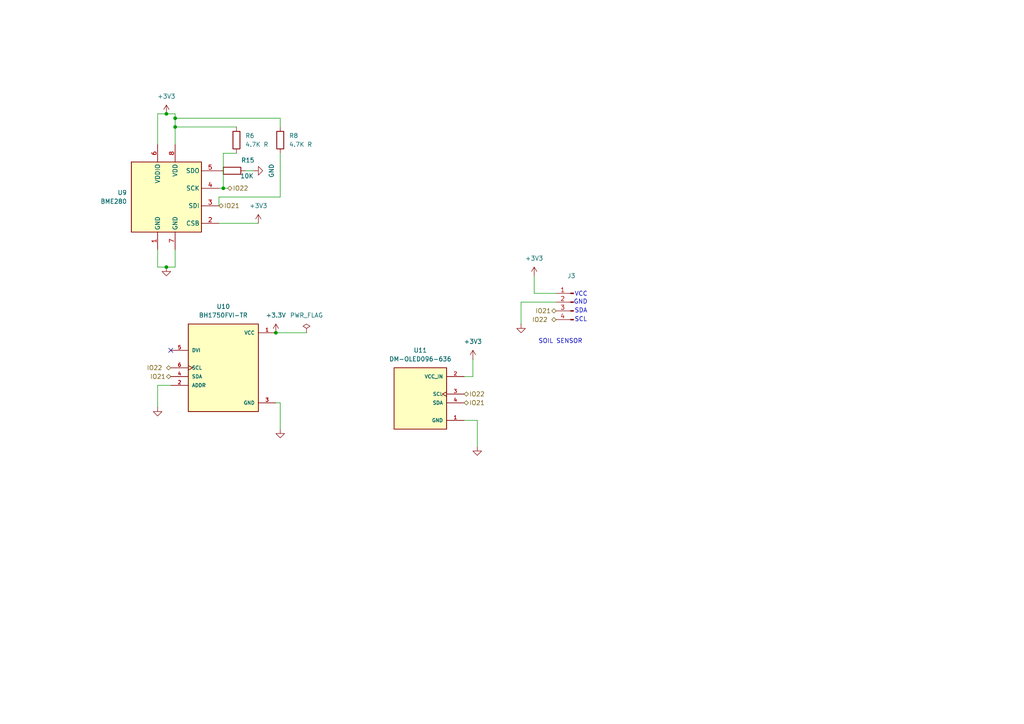
<source format=kicad_sch>
(kicad_sch
	(version 20231120)
	(generator "eeschema")
	(generator_version "8.0")
	(uuid "cbf3167d-2548-4ec2-b001-c3b610ab2aef")
	(paper "A4")
	(title_block
		(title "I2C sensor ")
		(date "2025-02-21")
		(rev "1")
		(company "NGA ")
		(comment 1 "ALLAN GACHERU")
	)
	(lib_symbols
		(symbol "BH1750FVI-TR:BH1750FVI-TR"
			(pin_names
				(offset 1.016)
			)
			(exclude_from_sim no)
			(in_bom yes)
			(on_board yes)
			(property "Reference" "U"
				(at -10.1737 13.462 0)
				(effects
					(font
						(size 1.27 1.27)
					)
					(justify left bottom)
				)
			)
			(property "Value" "BH1750FVI-TR"
				(at -9.922 -15.24 0)
				(effects
					(font
						(size 1.27 1.27)
					)
					(justify left bottom)
				)
			)
			(property "Footprint" "BH1750FVI-TR:XDCR_BH1750FVI-TR"
				(at 0 0 0)
				(effects
					(font
						(size 1.27 1.27)
					)
					(justify bottom)
					(hide yes)
				)
			)
			(property "Datasheet" ""
				(at 0 0 0)
				(effects
					(font
						(size 1.27 1.27)
					)
					(hide yes)
				)
			)
			(property "Description" ""
				(at 0 0 0)
				(effects
					(font
						(size 1.27 1.27)
					)
					(hide yes)
				)
			)
			(property "MF" "Rohm"
				(at 0 0 0)
				(effects
					(font
						(size 1.27 1.27)
					)
					(justify bottom)
					(hide yes)
				)
			)
			(property "MAXIMUM_PACKAGE_HEIGHT" "0.75mm"
				(at 0 0 0)
				(effects
					(font
						(size 1.27 1.27)
					)
					(justify bottom)
					(hide yes)
				)
			)
			(property "Package" "SMD-6 ROHM Semiconductor"
				(at 0 0 0)
				(effects
					(font
						(size 1.27 1.27)
					)
					(justify bottom)
					(hide yes)
				)
			)
			(property "Price" "None"
				(at 0 0 0)
				(effects
					(font
						(size 1.27 1.27)
					)
					(justify bottom)
					(hide yes)
				)
			)
			(property "Check_prices" "https://www.snapeda.com/parts/BH1750FVI-TR/Rohm/view-part/?ref=eda"
				(at 0 0 0)
				(effects
					(font
						(size 1.27 1.27)
					)
					(justify bottom)
					(hide yes)
				)
			)
			(property "STANDARD" "Manufacturer recommendations"
				(at 0 0 0)
				(effects
					(font
						(size 1.27 1.27)
					)
					(justify bottom)
					(hide yes)
				)
			)
			(property "PARTREV" "D"
				(at 0 0 0)
				(effects
					(font
						(size 1.27 1.27)
					)
					(justify bottom)
					(hide yes)
				)
			)
			(property "SnapEDA_Link" "https://www.snapeda.com/parts/BH1750FVI-TR/Rohm/view-part/?ref=snap"
				(at 0 0 0)
				(effects
					(font
						(size 1.27 1.27)
					)
					(justify bottom)
					(hide yes)
				)
			)
			(property "MP" "BH1750FVI-TR"
				(at 0 0 0)
				(effects
					(font
						(size 1.27 1.27)
					)
					(justify bottom)
					(hide yes)
				)
			)
			(property "Description_1" "\n                        \n                            Optical Sensor Ambient 560nm I2C 6-SMD, Flat Lead Exposed Pad\n                        \n"
				(at 0 0 0)
				(effects
					(font
						(size 1.27 1.27)
					)
					(justify bottom)
					(hide yes)
				)
			)
			(property "Availability" "In Stock"
				(at 0 0 0)
				(effects
					(font
						(size 1.27 1.27)
					)
					(justify bottom)
					(hide yes)
				)
			)
			(property "MANUFACTURER" "Rohm"
				(at 0 0 0)
				(effects
					(font
						(size 1.27 1.27)
					)
					(justify bottom)
					(hide yes)
				)
			)
			(symbol "BH1750FVI-TR_0_0"
				(rectangle
					(start -10.16 -12.7)
					(end 10.16 12.7)
					(stroke
						(width 0.254)
						(type default)
					)
					(fill
						(type background)
					)
				)
				(pin power_in line
					(at 15.24 10.16 180)
					(length 5.08)
					(name "VCC"
						(effects
							(font
								(size 1.016 1.016)
							)
						)
					)
					(number "1"
						(effects
							(font
								(size 1.016 1.016)
							)
						)
					)
				)
				(pin input line
					(at -15.24 -5.08 0)
					(length 5.08)
					(name "ADDR"
						(effects
							(font
								(size 1.016 1.016)
							)
						)
					)
					(number "2"
						(effects
							(font
								(size 1.016 1.016)
							)
						)
					)
				)
				(pin power_in line
					(at 15.24 -10.16 180)
					(length 5.08)
					(name "GND"
						(effects
							(font
								(size 1.016 1.016)
							)
						)
					)
					(number "3"
						(effects
							(font
								(size 1.016 1.016)
							)
						)
					)
				)
				(pin bidirectional line
					(at -15.24 -2.54 0)
					(length 5.08)
					(name "SDA"
						(effects
							(font
								(size 1.016 1.016)
							)
						)
					)
					(number "4"
						(effects
							(font
								(size 1.016 1.016)
							)
						)
					)
				)
				(pin input line
					(at -15.24 5.08 0)
					(length 5.08)
					(name "DVI"
						(effects
							(font
								(size 1.016 1.016)
							)
						)
					)
					(number "5"
						(effects
							(font
								(size 1.016 1.016)
							)
						)
					)
				)
				(pin input clock
					(at -15.24 0 0)
					(length 5.08)
					(name "SCL"
						(effects
							(font
								(size 1.016 1.016)
							)
						)
					)
					(number "6"
						(effects
							(font
								(size 1.016 1.016)
							)
						)
					)
				)
			)
		)
		(symbol "Connector:Conn_01x04_Pin"
			(pin_names
				(offset 1.016) hide)
			(exclude_from_sim no)
			(in_bom yes)
			(on_board yes)
			(property "Reference" "J"
				(at 0 5.08 0)
				(effects
					(font
						(size 1.27 1.27)
					)
				)
			)
			(property "Value" "Conn_01x04_Pin"
				(at 0 -7.62 0)
				(effects
					(font
						(size 1.27 1.27)
					)
				)
			)
			(property "Footprint" ""
				(at 0 0 0)
				(effects
					(font
						(size 1.27 1.27)
					)
					(hide yes)
				)
			)
			(property "Datasheet" "~"
				(at 0 0 0)
				(effects
					(font
						(size 1.27 1.27)
					)
					(hide yes)
				)
			)
			(property "Description" "Generic connector, single row, 01x04, script generated"
				(at 0 0 0)
				(effects
					(font
						(size 1.27 1.27)
					)
					(hide yes)
				)
			)
			(property "ki_locked" ""
				(at 0 0 0)
				(effects
					(font
						(size 1.27 1.27)
					)
				)
			)
			(property "ki_keywords" "connector"
				(at 0 0 0)
				(effects
					(font
						(size 1.27 1.27)
					)
					(hide yes)
				)
			)
			(property "ki_fp_filters" "Connector*:*_1x??_*"
				(at 0 0 0)
				(effects
					(font
						(size 1.27 1.27)
					)
					(hide yes)
				)
			)
			(symbol "Conn_01x04_Pin_1_1"
				(polyline
					(pts
						(xy 1.27 -5.08) (xy 0.8636 -5.08)
					)
					(stroke
						(width 0.1524)
						(type default)
					)
					(fill
						(type none)
					)
				)
				(polyline
					(pts
						(xy 1.27 -2.54) (xy 0.8636 -2.54)
					)
					(stroke
						(width 0.1524)
						(type default)
					)
					(fill
						(type none)
					)
				)
				(polyline
					(pts
						(xy 1.27 0) (xy 0.8636 0)
					)
					(stroke
						(width 0.1524)
						(type default)
					)
					(fill
						(type none)
					)
				)
				(polyline
					(pts
						(xy 1.27 2.54) (xy 0.8636 2.54)
					)
					(stroke
						(width 0.1524)
						(type default)
					)
					(fill
						(type none)
					)
				)
				(rectangle
					(start 0.8636 -4.953)
					(end 0 -5.207)
					(stroke
						(width 0.1524)
						(type default)
					)
					(fill
						(type outline)
					)
				)
				(rectangle
					(start 0.8636 -2.413)
					(end 0 -2.667)
					(stroke
						(width 0.1524)
						(type default)
					)
					(fill
						(type outline)
					)
				)
				(rectangle
					(start 0.8636 0.127)
					(end 0 -0.127)
					(stroke
						(width 0.1524)
						(type default)
					)
					(fill
						(type outline)
					)
				)
				(rectangle
					(start 0.8636 2.667)
					(end 0 2.413)
					(stroke
						(width 0.1524)
						(type default)
					)
					(fill
						(type outline)
					)
				)
				(pin passive line
					(at 5.08 2.54 180)
					(length 3.81)
					(name "Pin_1"
						(effects
							(font
								(size 1.27 1.27)
							)
						)
					)
					(number "1"
						(effects
							(font
								(size 1.27 1.27)
							)
						)
					)
				)
				(pin passive line
					(at 5.08 0 180)
					(length 3.81)
					(name "Pin_2"
						(effects
							(font
								(size 1.27 1.27)
							)
						)
					)
					(number "2"
						(effects
							(font
								(size 1.27 1.27)
							)
						)
					)
				)
				(pin passive line
					(at 5.08 -2.54 180)
					(length 3.81)
					(name "Pin_3"
						(effects
							(font
								(size 1.27 1.27)
							)
						)
					)
					(number "3"
						(effects
							(font
								(size 1.27 1.27)
							)
						)
					)
				)
				(pin passive line
					(at 5.08 -5.08 180)
					(length 3.81)
					(name "Pin_4"
						(effects
							(font
								(size 1.27 1.27)
							)
						)
					)
					(number "4"
						(effects
							(font
								(size 1.27 1.27)
							)
						)
					)
				)
			)
		)
		(symbol "DM-OLED096-636:DM-OLED096-636"
			(pin_names
				(offset 1.016)
			)
			(exclude_from_sim no)
			(in_bom yes)
			(on_board yes)
			(property "Reference" "U"
				(at -7.62 10.922 0)
				(effects
					(font
						(size 1.27 1.27)
					)
					(justify left bottom)
				)
			)
			(property "Value" "DM-OLED096-636"
				(at -7.62 -10.16 0)
				(effects
					(font
						(size 1.27 1.27)
					)
					(justify left bottom)
				)
			)
			(property "Footprint" "DM-OLED096-636:MODULE_DM-OLED096-636"
				(at 0 0 0)
				(effects
					(font
						(size 1.27 1.27)
					)
					(justify bottom)
					(hide yes)
				)
			)
			(property "Datasheet" ""
				(at 0 0 0)
				(effects
					(font
						(size 1.27 1.27)
					)
					(hide yes)
				)
			)
			(property "Description" ""
				(at 0 0 0)
				(effects
					(font
						(size 1.27 1.27)
					)
					(hide yes)
				)
			)
			(property "MF" "Display Module"
				(at 0 0 0)
				(effects
					(font
						(size 1.27 1.27)
					)
					(justify bottom)
					(hide yes)
				)
			)
			(property "MAXIMUM_PACKAGE_HEIGHT" "11.3 mm"
				(at 0 0 0)
				(effects
					(font
						(size 1.27 1.27)
					)
					(justify bottom)
					(hide yes)
				)
			)
			(property "Package" "Package"
				(at 0 0 0)
				(effects
					(font
						(size 1.27 1.27)
					)
					(justify bottom)
					(hide yes)
				)
			)
			(property "Price" "None"
				(at 0 0 0)
				(effects
					(font
						(size 1.27 1.27)
					)
					(justify bottom)
					(hide yes)
				)
			)
			(property "Check_prices" "https://www.snapeda.com/parts/DM-OLED096-636/Display+Module/view-part/?ref=eda"
				(at 0 0 0)
				(effects
					(font
						(size 1.27 1.27)
					)
					(justify bottom)
					(hide yes)
				)
			)
			(property "STANDARD" "Manufacturer Recommendations"
				(at 0 0 0)
				(effects
					(font
						(size 1.27 1.27)
					)
					(justify bottom)
					(hide yes)
				)
			)
			(property "PARTREV" "2018-09-10"
				(at 0 0 0)
				(effects
					(font
						(size 1.27 1.27)
					)
					(justify bottom)
					(hide yes)
				)
			)
			(property "SnapEDA_Link" "https://www.snapeda.com/parts/DM-OLED096-636/Display+Module/view-part/?ref=snap"
				(at 0 0 0)
				(effects
					(font
						(size 1.27 1.27)
					)
					(justify bottom)
					(hide yes)
				)
			)
			(property "MP" "DM-OLED096-636"
				(at 0 0 0)
				(effects
					(font
						(size 1.27 1.27)
					)
					(justify bottom)
					(hide yes)
				)
			)
			(property "Description_1" "\n                        \n                            0.96” 128 X 64 MONOCHROME GRAPHIC OLED DISPLAY MODULE - I2C\n                        \n"
				(at 0 0 0)
				(effects
					(font
						(size 1.27 1.27)
					)
					(justify bottom)
					(hide yes)
				)
			)
			(property "Availability" "Not in stock"
				(at 0 0 0)
				(effects
					(font
						(size 1.27 1.27)
					)
					(justify bottom)
					(hide yes)
				)
			)
			(property "MANUFACTURER" "Displaymodule"
				(at 0 0 0)
				(effects
					(font
						(size 1.27 1.27)
					)
					(justify bottom)
					(hide yes)
				)
			)
			(symbol "DM-OLED096-636_0_0"
				(rectangle
					(start -7.62 -7.62)
					(end 7.62 10.16)
					(stroke
						(width 0.254)
						(type default)
					)
					(fill
						(type background)
					)
				)
				(pin power_in line
					(at 12.7 -5.08 180)
					(length 5.08)
					(name "GND"
						(effects
							(font
								(size 1.016 1.016)
							)
						)
					)
					(number "1"
						(effects
							(font
								(size 1.016 1.016)
							)
						)
					)
				)
				(pin power_in line
					(at 12.7 7.62 180)
					(length 5.08)
					(name "VCC_IN"
						(effects
							(font
								(size 1.016 1.016)
							)
						)
					)
					(number "2"
						(effects
							(font
								(size 1.016 1.016)
							)
						)
					)
				)
				(pin input clock
					(at 12.7 2.54 180)
					(length 5.08)
					(name "SCL"
						(effects
							(font
								(size 1.016 1.016)
							)
						)
					)
					(number "3"
						(effects
							(font
								(size 1.016 1.016)
							)
						)
					)
				)
				(pin bidirectional line
					(at 12.7 0 180)
					(length 5.08)
					(name "SDA"
						(effects
							(font
								(size 1.016 1.016)
							)
						)
					)
					(number "4"
						(effects
							(font
								(size 1.016 1.016)
							)
						)
					)
				)
			)
		)
		(symbol "Device:R"
			(pin_numbers hide)
			(pin_names
				(offset 0)
			)
			(exclude_from_sim no)
			(in_bom yes)
			(on_board yes)
			(property "Reference" "R"
				(at 2.032 0 90)
				(effects
					(font
						(size 1.27 1.27)
					)
				)
			)
			(property "Value" "R"
				(at 0 0 90)
				(effects
					(font
						(size 1.27 1.27)
					)
				)
			)
			(property "Footprint" ""
				(at -1.778 0 90)
				(effects
					(font
						(size 1.27 1.27)
					)
					(hide yes)
				)
			)
			(property "Datasheet" "~"
				(at 0 0 0)
				(effects
					(font
						(size 1.27 1.27)
					)
					(hide yes)
				)
			)
			(property "Description" "Resistor"
				(at 0 0 0)
				(effects
					(font
						(size 1.27 1.27)
					)
					(hide yes)
				)
			)
			(property "ki_keywords" "R res resistor"
				(at 0 0 0)
				(effects
					(font
						(size 1.27 1.27)
					)
					(hide yes)
				)
			)
			(property "ki_fp_filters" "R_*"
				(at 0 0 0)
				(effects
					(font
						(size 1.27 1.27)
					)
					(hide yes)
				)
			)
			(symbol "R_0_1"
				(rectangle
					(start -1.016 -2.54)
					(end 1.016 2.54)
					(stroke
						(width 0.254)
						(type default)
					)
					(fill
						(type none)
					)
				)
			)
			(symbol "R_1_1"
				(pin passive line
					(at 0 3.81 270)
					(length 1.27)
					(name "~"
						(effects
							(font
								(size 1.27 1.27)
							)
						)
					)
					(number "1"
						(effects
							(font
								(size 1.27 1.27)
							)
						)
					)
				)
				(pin passive line
					(at 0 -3.81 90)
					(length 1.27)
					(name "~"
						(effects
							(font
								(size 1.27 1.27)
							)
						)
					)
					(number "2"
						(effects
							(font
								(size 1.27 1.27)
							)
						)
					)
				)
			)
		)
		(symbol "Sensor:BME280"
			(exclude_from_sim no)
			(in_bom yes)
			(on_board yes)
			(property "Reference" "U"
				(at -8.89 11.43 0)
				(effects
					(font
						(size 1.27 1.27)
					)
				)
			)
			(property "Value" "BME280"
				(at 7.62 11.43 0)
				(effects
					(font
						(size 1.27 1.27)
					)
				)
			)
			(property "Footprint" "Package_LGA:Bosch_LGA-8_2.5x2.5mm_P0.65mm_ClockwisePinNumbering"
				(at 38.1 -11.43 0)
				(effects
					(font
						(size 1.27 1.27)
					)
					(hide yes)
				)
			)
			(property "Datasheet" "https://www.bosch-sensortec.com/media/boschsensortec/downloads/datasheets/bst-bme280-ds002.pdf"
				(at 0 -5.08 0)
				(effects
					(font
						(size 1.27 1.27)
					)
					(hide yes)
				)
			)
			(property "Description" "3-in-1 sensor, humidity, pressure, temperature, I2C and SPI interface, 1.71-3.6V, LGA-8"
				(at 0 0 0)
				(effects
					(font
						(size 1.27 1.27)
					)
					(hide yes)
				)
			)
			(property "ki_keywords" "Bosch pressure humidity temperature environment environmental measurement digital"
				(at 0 0 0)
				(effects
					(font
						(size 1.27 1.27)
					)
					(hide yes)
				)
			)
			(property "ki_fp_filters" "*LGA*2.5x2.5mm*P0.65mm*Clockwise*"
				(at 0 0 0)
				(effects
					(font
						(size 1.27 1.27)
					)
					(hide yes)
				)
			)
			(symbol "BME280_0_1"
				(rectangle
					(start -10.16 10.16)
					(end 10.16 -10.16)
					(stroke
						(width 0.254)
						(type default)
					)
					(fill
						(type background)
					)
				)
			)
			(symbol "BME280_1_1"
				(pin power_in line
					(at -2.54 -15.24 90)
					(length 5.08)
					(name "GND"
						(effects
							(font
								(size 1.27 1.27)
							)
						)
					)
					(number "1"
						(effects
							(font
								(size 1.27 1.27)
							)
						)
					)
				)
				(pin input line
					(at 15.24 -7.62 180)
					(length 5.08)
					(name "CSB"
						(effects
							(font
								(size 1.27 1.27)
							)
						)
					)
					(number "2"
						(effects
							(font
								(size 1.27 1.27)
							)
						)
					)
				)
				(pin bidirectional line
					(at 15.24 -2.54 180)
					(length 5.08)
					(name "SDI"
						(effects
							(font
								(size 1.27 1.27)
							)
						)
					)
					(number "3"
						(effects
							(font
								(size 1.27 1.27)
							)
						)
					)
				)
				(pin input line
					(at 15.24 2.54 180)
					(length 5.08)
					(name "SCK"
						(effects
							(font
								(size 1.27 1.27)
							)
						)
					)
					(number "4"
						(effects
							(font
								(size 1.27 1.27)
							)
						)
					)
				)
				(pin bidirectional line
					(at 15.24 7.62 180)
					(length 5.08)
					(name "SDO"
						(effects
							(font
								(size 1.27 1.27)
							)
						)
					)
					(number "5"
						(effects
							(font
								(size 1.27 1.27)
							)
						)
					)
				)
				(pin power_in line
					(at -2.54 15.24 270)
					(length 5.08)
					(name "VDDIO"
						(effects
							(font
								(size 1.27 1.27)
							)
						)
					)
					(number "6"
						(effects
							(font
								(size 1.27 1.27)
							)
						)
					)
				)
				(pin power_in line
					(at 2.54 -15.24 90)
					(length 5.08)
					(name "GND"
						(effects
							(font
								(size 1.27 1.27)
							)
						)
					)
					(number "7"
						(effects
							(font
								(size 1.27 1.27)
							)
						)
					)
				)
				(pin power_in line
					(at 2.54 15.24 270)
					(length 5.08)
					(name "VDD"
						(effects
							(font
								(size 1.27 1.27)
							)
						)
					)
					(number "8"
						(effects
							(font
								(size 1.27 1.27)
							)
						)
					)
				)
			)
		)
		(symbol "power:+1V0"
			(power)
			(pin_numbers hide)
			(pin_names
				(offset 0) hide)
			(exclude_from_sim no)
			(in_bom yes)
			(on_board yes)
			(property "Reference" "#PWR"
				(at 0 -3.81 0)
				(effects
					(font
						(size 1.27 1.27)
					)
					(hide yes)
				)
			)
			(property "Value" "+1V0"
				(at 0 3.556 0)
				(effects
					(font
						(size 1.27 1.27)
					)
				)
			)
			(property "Footprint" ""
				(at 0 0 0)
				(effects
					(font
						(size 1.27 1.27)
					)
					(hide yes)
				)
			)
			(property "Datasheet" ""
				(at 0 0 0)
				(effects
					(font
						(size 1.27 1.27)
					)
					(hide yes)
				)
			)
			(property "Description" "Power symbol creates a global label with name \"+1V0\""
				(at 0 0 0)
				(effects
					(font
						(size 1.27 1.27)
					)
					(hide yes)
				)
			)
			(property "ki_keywords" "global power"
				(at 0 0 0)
				(effects
					(font
						(size 1.27 1.27)
					)
					(hide yes)
				)
			)
			(symbol "+1V0_0_1"
				(polyline
					(pts
						(xy -0.762 1.27) (xy 0 2.54)
					)
					(stroke
						(width 0)
						(type default)
					)
					(fill
						(type none)
					)
				)
				(polyline
					(pts
						(xy 0 0) (xy 0 2.54)
					)
					(stroke
						(width 0)
						(type default)
					)
					(fill
						(type none)
					)
				)
				(polyline
					(pts
						(xy 0 2.54) (xy 0.762 1.27)
					)
					(stroke
						(width 0)
						(type default)
					)
					(fill
						(type none)
					)
				)
			)
			(symbol "+1V0_1_1"
				(pin power_in line
					(at 0 0 90)
					(length 0)
					(name "~"
						(effects
							(font
								(size 1.27 1.27)
							)
						)
					)
					(number "1"
						(effects
							(font
								(size 1.27 1.27)
							)
						)
					)
				)
			)
		)
		(symbol "power:+1V1"
			(power)
			(pin_numbers hide)
			(pin_names
				(offset 0) hide)
			(exclude_from_sim no)
			(in_bom yes)
			(on_board yes)
			(property "Reference" "#PWR"
				(at 0 -3.81 0)
				(effects
					(font
						(size 1.27 1.27)
					)
					(hide yes)
				)
			)
			(property "Value" "+1V1"
				(at 0 3.556 0)
				(effects
					(font
						(size 1.27 1.27)
					)
				)
			)
			(property "Footprint" ""
				(at 0 0 0)
				(effects
					(font
						(size 1.27 1.27)
					)
					(hide yes)
				)
			)
			(property "Datasheet" ""
				(at 0 0 0)
				(effects
					(font
						(size 1.27 1.27)
					)
					(hide yes)
				)
			)
			(property "Description" "Power symbol creates a global label with name \"+1V1\""
				(at 0 0 0)
				(effects
					(font
						(size 1.27 1.27)
					)
					(hide yes)
				)
			)
			(property "ki_keywords" "global power"
				(at 0 0 0)
				(effects
					(font
						(size 1.27 1.27)
					)
					(hide yes)
				)
			)
			(symbol "+1V1_0_1"
				(polyline
					(pts
						(xy -0.762 1.27) (xy 0 2.54)
					)
					(stroke
						(width 0)
						(type default)
					)
					(fill
						(type none)
					)
				)
				(polyline
					(pts
						(xy 0 0) (xy 0 2.54)
					)
					(stroke
						(width 0)
						(type default)
					)
					(fill
						(type none)
					)
				)
				(polyline
					(pts
						(xy 0 2.54) (xy 0.762 1.27)
					)
					(stroke
						(width 0)
						(type default)
					)
					(fill
						(type none)
					)
				)
			)
			(symbol "+1V1_1_1"
				(pin power_in line
					(at 0 0 90)
					(length 0)
					(name "~"
						(effects
							(font
								(size 1.27 1.27)
							)
						)
					)
					(number "1"
						(effects
							(font
								(size 1.27 1.27)
							)
						)
					)
				)
			)
		)
		(symbol "power:GND"
			(power)
			(pin_numbers hide)
			(pin_names
				(offset 0) hide)
			(exclude_from_sim no)
			(in_bom yes)
			(on_board yes)
			(property "Reference" "#PWR"
				(at 0 -6.35 0)
				(effects
					(font
						(size 1.27 1.27)
					)
					(hide yes)
				)
			)
			(property "Value" "GND"
				(at 0 -3.81 0)
				(effects
					(font
						(size 1.27 1.27)
					)
				)
			)
			(property "Footprint" ""
				(at 0 0 0)
				(effects
					(font
						(size 1.27 1.27)
					)
					(hide yes)
				)
			)
			(property "Datasheet" ""
				(at 0 0 0)
				(effects
					(font
						(size 1.27 1.27)
					)
					(hide yes)
				)
			)
			(property "Description" "Power symbol creates a global label with name \"GND\" , ground"
				(at 0 0 0)
				(effects
					(font
						(size 1.27 1.27)
					)
					(hide yes)
				)
			)
			(property "ki_keywords" "global power"
				(at 0 0 0)
				(effects
					(font
						(size 1.27 1.27)
					)
					(hide yes)
				)
			)
			(symbol "GND_0_1"
				(polyline
					(pts
						(xy 0 0) (xy 0 -1.27) (xy 1.27 -1.27) (xy 0 -2.54) (xy -1.27 -1.27) (xy 0 -1.27)
					)
					(stroke
						(width 0)
						(type default)
					)
					(fill
						(type none)
					)
				)
			)
			(symbol "GND_1_1"
				(pin power_in line
					(at 0 0 270)
					(length 0)
					(name "~"
						(effects
							(font
								(size 1.27 1.27)
							)
						)
					)
					(number "1"
						(effects
							(font
								(size 1.27 1.27)
							)
						)
					)
				)
			)
		)
		(symbol "power:PWR_FLAG"
			(power)
			(pin_numbers hide)
			(pin_names
				(offset 0) hide)
			(exclude_from_sim no)
			(in_bom yes)
			(on_board yes)
			(property "Reference" "#FLG"
				(at 0 1.905 0)
				(effects
					(font
						(size 1.27 1.27)
					)
					(hide yes)
				)
			)
			(property "Value" "PWR_FLAG"
				(at 0 3.81 0)
				(effects
					(font
						(size 1.27 1.27)
					)
				)
			)
			(property "Footprint" ""
				(at 0 0 0)
				(effects
					(font
						(size 1.27 1.27)
					)
					(hide yes)
				)
			)
			(property "Datasheet" "~"
				(at 0 0 0)
				(effects
					(font
						(size 1.27 1.27)
					)
					(hide yes)
				)
			)
			(property "Description" "Special symbol for telling ERC where power comes from"
				(at 0 0 0)
				(effects
					(font
						(size 1.27 1.27)
					)
					(hide yes)
				)
			)
			(property "ki_keywords" "flag power"
				(at 0 0 0)
				(effects
					(font
						(size 1.27 1.27)
					)
					(hide yes)
				)
			)
			(symbol "PWR_FLAG_0_0"
				(pin power_out line
					(at 0 0 90)
					(length 0)
					(name "~"
						(effects
							(font
								(size 1.27 1.27)
							)
						)
					)
					(number "1"
						(effects
							(font
								(size 1.27 1.27)
							)
						)
					)
				)
			)
			(symbol "PWR_FLAG_0_1"
				(polyline
					(pts
						(xy 0 0) (xy 0 1.27) (xy -1.016 1.905) (xy 0 2.54) (xy 1.016 1.905) (xy 0 1.27)
					)
					(stroke
						(width 0)
						(type default)
					)
					(fill
						(type none)
					)
				)
			)
		)
	)
	(junction
		(at 50.8 34.29)
		(diameter 0)
		(color 0 0 0 0)
		(uuid "2dc85318-b233-4484-95f9-3e8623c38079")
	)
	(junction
		(at 50.8 36.83)
		(diameter 0)
		(color 0 0 0 0)
		(uuid "37537d7a-764c-4569-bd74-1968f79eacf7")
	)
	(junction
		(at 64.77 54.61)
		(diameter 0)
		(color 0 0 0 0)
		(uuid "59b51bf2-c396-41a6-a27b-1735cd6dbc39")
	)
	(junction
		(at 80.01 96.52)
		(diameter 0)
		(color 0 0 0 0)
		(uuid "a5f5f9d1-ef49-4e3c-a963-3d0d0f67bd43")
	)
	(junction
		(at 48.26 33.02)
		(diameter 0)
		(color 0 0 0 0)
		(uuid "a6815c5d-f622-476d-8936-358f2ec52dc1")
	)
	(junction
		(at 48.26 77.47)
		(diameter 0)
		(color 0 0 0 0)
		(uuid "a979901c-956d-496b-9727-8d68b4384326")
	)
	(no_connect
		(at 49.53 101.6)
		(uuid "84779c63-8e95-4d2b-bad9-43ea9cace0eb")
	)
	(wire
		(pts
			(xy 151.13 87.63) (xy 161.29 87.63)
		)
		(stroke
			(width 0)
			(type default)
		)
		(uuid "0d404832-4d64-40b1-8549-9c1181aa41b7")
	)
	(wire
		(pts
			(xy 48.26 33.02) (xy 50.8 33.02)
		)
		(stroke
			(width 0)
			(type default)
		)
		(uuid "16942499-f9dc-4375-a0b0-f33d4ef1aaf2")
	)
	(wire
		(pts
			(xy 50.8 34.29) (xy 50.8 33.02)
		)
		(stroke
			(width 0)
			(type default)
		)
		(uuid "22c6ddab-b2ae-4d07-9f25-b1c7598e1b50")
	)
	(wire
		(pts
			(xy 50.8 36.83) (xy 68.58 36.83)
		)
		(stroke
			(width 0)
			(type default)
		)
		(uuid "22ec5538-aeda-4503-9149-f9dc490057eb")
	)
	(wire
		(pts
			(xy 45.72 77.47) (xy 48.26 77.47)
		)
		(stroke
			(width 0)
			(type default)
		)
		(uuid "276f0f13-0892-4422-a7db-aa5300b15fdc")
	)
	(wire
		(pts
			(xy 50.8 41.91) (xy 50.8 36.83)
		)
		(stroke
			(width 0)
			(type default)
		)
		(uuid "3dead7e9-eb0f-4483-b04f-91d8bfe11be3")
	)
	(wire
		(pts
			(xy 63.5 64.77) (xy 74.93 64.77)
		)
		(stroke
			(width 0)
			(type default)
		)
		(uuid "4d869440-d76e-43a2-8bbf-5e2efc8fb6cc")
	)
	(wire
		(pts
			(xy 64.77 54.61) (xy 66.04 54.61)
		)
		(stroke
			(width 0)
			(type default)
		)
		(uuid "4ec2a286-de12-4a96-9a7a-062af8de6281")
	)
	(wire
		(pts
			(xy 68.58 44.45) (xy 64.77 44.45)
		)
		(stroke
			(width 0)
			(type default)
		)
		(uuid "533ef123-b34b-4847-baf6-65006b3cc560")
	)
	(wire
		(pts
			(xy 80.01 116.84) (xy 81.28 116.84)
		)
		(stroke
			(width 0)
			(type default)
		)
		(uuid "56b87ba9-30d6-4146-be88-bf30ad53d515")
	)
	(wire
		(pts
			(xy 45.72 33.02) (xy 45.72 41.91)
		)
		(stroke
			(width 0)
			(type default)
		)
		(uuid "5c65189c-63e2-4484-95c0-0b80ae9509ad")
	)
	(wire
		(pts
			(xy 154.94 85.09) (xy 154.94 80.01)
		)
		(stroke
			(width 0)
			(type default)
		)
		(uuid "6eee3c54-ae7a-4bbe-b499-98da45612f6f")
	)
	(wire
		(pts
			(xy 45.72 72.39) (xy 45.72 77.47)
		)
		(stroke
			(width 0)
			(type default)
		)
		(uuid "73ff20fc-a77b-4fa6-9a22-d4425bd8adc2")
	)
	(wire
		(pts
			(xy 151.13 87.63) (xy 151.13 93.98)
		)
		(stroke
			(width 0)
			(type default)
		)
		(uuid "74272cb7-1290-4a5c-957a-54e6ad19b31a")
	)
	(wire
		(pts
			(xy 50.8 36.83) (xy 50.8 34.29)
		)
		(stroke
			(width 0)
			(type default)
		)
		(uuid "76bc4322-175e-4cf3-90eb-4568b885f5cd")
	)
	(wire
		(pts
			(xy 81.28 44.45) (xy 81.28 57.15)
		)
		(stroke
			(width 0)
			(type default)
		)
		(uuid "7cc95663-1039-4289-b525-aa499130afee")
	)
	(wire
		(pts
			(xy 81.28 116.84) (xy 81.28 124.46)
		)
		(stroke
			(width 0)
			(type default)
		)
		(uuid "7d2add94-00c2-4fad-97c3-d848f8c32424")
	)
	(wire
		(pts
			(xy 154.94 85.09) (xy 161.29 85.09)
		)
		(stroke
			(width 0)
			(type default)
		)
		(uuid "87dfc541-b30d-4476-9c5b-f124df2bb7df")
	)
	(wire
		(pts
			(xy 80.01 96.52) (xy 88.9 96.52)
		)
		(stroke
			(width 0)
			(type default)
		)
		(uuid "a44cc342-24d0-429a-8b11-fb1627250638")
	)
	(wire
		(pts
			(xy 63.5 54.61) (xy 64.77 54.61)
		)
		(stroke
			(width 0)
			(type default)
		)
		(uuid "a6b36ed2-1865-41e0-b379-3306ff27cc28")
	)
	(wire
		(pts
			(xy 81.28 57.15) (xy 63.5 57.15)
		)
		(stroke
			(width 0)
			(type default)
		)
		(uuid "ac3eb46f-ec4e-4256-8859-7a8392e681f9")
	)
	(wire
		(pts
			(xy 50.8 72.39) (xy 50.8 77.47)
		)
		(stroke
			(width 0)
			(type default)
		)
		(uuid "ac4b8503-5ccc-42ec-84b4-3788c9300005")
	)
	(wire
		(pts
			(xy 134.62 121.92) (xy 138.43 121.92)
		)
		(stroke
			(width 0)
			(type default)
		)
		(uuid "b3167c85-c47c-4ef7-9dfc-8b62f91b1a71")
	)
	(wire
		(pts
			(xy 138.43 121.92) (xy 138.43 129.54)
		)
		(stroke
			(width 0)
			(type default)
		)
		(uuid "b45c0f11-d0fa-4a22-8d25-4fe6abba6b4e")
	)
	(wire
		(pts
			(xy 49.53 111.76) (xy 45.72 111.76)
		)
		(stroke
			(width 0)
			(type default)
		)
		(uuid "b88e0531-16b6-48e7-9951-af6805c6ef8a")
	)
	(wire
		(pts
			(xy 81.28 36.83) (xy 81.28 34.29)
		)
		(stroke
			(width 0)
			(type default)
		)
		(uuid "bd42e5f1-9660-40ad-8864-6b5b55554b2e")
	)
	(wire
		(pts
			(xy 71.12 49.53) (xy 73.66 49.53)
		)
		(stroke
			(width 0)
			(type default)
		)
		(uuid "bd5ab990-ce4b-45c4-b634-ed62ee256e8c")
	)
	(wire
		(pts
			(xy 45.72 111.76) (xy 45.72 118.11)
		)
		(stroke
			(width 0)
			(type default)
		)
		(uuid "bfd1f458-44f1-474c-9b88-de086e9a2fb1")
	)
	(wire
		(pts
			(xy 50.8 77.47) (xy 48.26 77.47)
		)
		(stroke
			(width 0)
			(type default)
		)
		(uuid "c03100fe-4af9-4643-b25b-213013eb810c")
	)
	(wire
		(pts
			(xy 134.62 109.22) (xy 137.16 109.22)
		)
		(stroke
			(width 0)
			(type default)
		)
		(uuid "c72fe45b-b0fe-4dfb-bc75-4c769461b7a7")
	)
	(wire
		(pts
			(xy 45.72 33.02) (xy 48.26 33.02)
		)
		(stroke
			(width 0)
			(type default)
		)
		(uuid "ca5dfe5f-f04a-47a5-a5dc-c2ca8debc516")
	)
	(wire
		(pts
			(xy 64.77 44.45) (xy 64.77 54.61)
		)
		(stroke
			(width 0)
			(type default)
		)
		(uuid "cac878f1-2163-46eb-a3c9-6df52c1083d8")
	)
	(wire
		(pts
			(xy 81.28 34.29) (xy 50.8 34.29)
		)
		(stroke
			(width 0)
			(type default)
		)
		(uuid "cb6f7f4a-16c4-437e-baf1-b229a8c07157")
	)
	(wire
		(pts
			(xy 137.16 109.22) (xy 137.16 104.14)
		)
		(stroke
			(width 0)
			(type default)
		)
		(uuid "d9e083ca-647e-4f94-8b79-acc066c6330c")
	)
	(wire
		(pts
			(xy 63.5 57.15) (xy 63.5 59.69)
		)
		(stroke
			(width 0)
			(type default)
		)
		(uuid "dca20f60-2318-40a7-9028-cd44fa7cf15d")
	)
	(text "VCC"
		(exclude_from_sim no)
		(at 166.624 86.106 0)
		(effects
			(font
				(size 1.27 1.27)
			)
			(justify left bottom)
		)
		(uuid "2faae2ee-ceb0-469f-8d18-326c30a09a66")
	)
	(text "SCL"
		(exclude_from_sim no)
		(at 166.624 93.472 0)
		(effects
			(font
				(size 1.27 1.27)
			)
			(justify left bottom)
		)
		(uuid "402fa8a5-be07-4cc1-aaaf-69042d8bd253")
	)
	(text "SOIL SENSOR"
		(exclude_from_sim no)
		(at 162.56 99.06 0)
		(effects
			(font
				(face "KiCad Font")
				(size 1.27 1.27)
			)
		)
		(uuid "849c149b-cc9d-4b62-b42e-a682b8bb93f1")
	)
	(text "SDA"
		(exclude_from_sim no)
		(at 166.624 90.932 0)
		(effects
			(font
				(size 1.27 1.27)
			)
			(justify left bottom)
		)
		(uuid "8cf83a78-32bf-4c69-9e43-6cf104fd7397")
	)
	(text "GND"
		(exclude_from_sim no)
		(at 166.37 88.392 0)
		(effects
			(font
				(size 1.27 1.27)
			)
			(justify left bottom)
		)
		(uuid "d836a464-daa5-43f5-a3ad-8324c8991ad7")
	)
	(hierarchical_label "IO21"
		(shape bidirectional)
		(at 134.62 116.84 0)
		(effects
			(font
				(size 1.27 1.27)
			)
			(justify left)
		)
		(uuid "047a8f39-da30-4885-9a71-502be3e2e12a")
	)
	(hierarchical_label "IO21"
		(shape bidirectional)
		(at 49.53 109.22 180)
		(effects
			(font
				(size 1.27 1.27)
			)
			(justify right)
		)
		(uuid "0943a47b-f641-4757-a6f2-27a248fef351")
	)
	(hierarchical_label "IO21"
		(shape bidirectional)
		(at 63.5 59.69 0)
		(effects
			(font
				(size 1.27 1.27)
			)
			(justify left)
		)
		(uuid "0d047390-67f3-42a5-b1d4-db4bd0e1fd34")
	)
	(hierarchical_label "IO22 "
		(shape bidirectional)
		(at 161.29 92.71 180)
		(effects
			(font
				(size 1.27 1.27)
			)
			(justify right)
		)
		(uuid "15bed7e1-fcb9-4c97-b7a9-2adc78abef46")
	)
	(hierarchical_label "IO21"
		(shape bidirectional)
		(at 161.29 90.17 180)
		(effects
			(font
				(size 1.27 1.27)
			)
			(justify right)
		)
		(uuid "25f8cd3e-c1dd-4d21-b51d-7a83ee8daab7")
	)
	(hierarchical_label "IO22 "
		(shape bidirectional)
		(at 49.53 106.68 180)
		(effects
			(font
				(size 1.27 1.27)
			)
			(justify right)
		)
		(uuid "a76283d9-6f8c-4102-b2ce-963c1f61e6b2")
	)
	(hierarchical_label "IO22 "
		(shape bidirectional)
		(at 66.04 54.61 0)
		(effects
			(font
				(size 1.27 1.27)
			)
			(justify left)
		)
		(uuid "ab804928-d441-4386-86b2-50d7561f4ba3")
	)
	(hierarchical_label "IO22 "
		(shape bidirectional)
		(at 134.62 114.3 0)
		(effects
			(font
				(size 1.27 1.27)
			)
			(justify left)
		)
		(uuid "f1ab6e84-c2c8-4d38-933f-b9d42dc2a50c")
	)
	(symbol
		(lib_id "Device:R")
		(at 67.31 49.53 90)
		(unit 1)
		(exclude_from_sim no)
		(in_bom yes)
		(on_board yes)
		(dnp no)
		(uuid "21702c47-3f8a-4a9b-b961-7f56ecdad5e1")
		(property "Reference" "R15"
			(at 71.882 46.482 90)
			(effects
				(font
					(size 1.27 1.27)
				)
			)
		)
		(property "Value" "10K"
			(at 71.628 51.054 90)
			(effects
				(font
					(size 1.27 1.27)
				)
			)
		)
		(property "Footprint" "Resistor_SMD:R_0603_1608Metric"
			(at 67.31 51.308 90)
			(effects
				(font
					(size 1.27 1.27)
				)
				(hide yes)
			)
		)
		(property "Datasheet" "~"
			(at 67.31 49.53 0)
			(effects
				(font
					(size 1.27 1.27)
				)
				(hide yes)
			)
		)
		(property "Description" "Resistor"
			(at 67.31 49.53 0)
			(effects
				(font
					(size 1.27 1.27)
				)
				(hide yes)
			)
		)
		(pin "2"
			(uuid "7fd726a5-5cb2-4638-b206-ac9a9af7179d")
		)
		(pin "1"
			(uuid "f6e9a619-aeaa-4609-be38-eaf28a040574")
		)
		(instances
			(project ""
				(path "/0fdfe1ab-72bc-4993-b1c2-70ee1668a905/ae9935b9-6b1c-4eb0-b89a-fa78db23c46c"
					(reference "R15")
					(unit 1)
				)
			)
		)
	)
	(symbol
		(lib_id "power:+1V0")
		(at 80.01 96.52 0)
		(unit 1)
		(exclude_from_sim no)
		(in_bom yes)
		(on_board yes)
		(dnp no)
		(fields_autoplaced yes)
		(uuid "29b1c1bc-53cf-4310-b1ad-620aa21a5f19")
		(property "Reference" "#PWR025"
			(at 80.01 100.33 0)
			(effects
				(font
					(size 1.27 1.27)
				)
				(hide yes)
			)
		)
		(property "Value" "+3.3V"
			(at 80.01 91.44 0)
			(effects
				(font
					(size 1.27 1.27)
				)
			)
		)
		(property "Footprint" ""
			(at 80.01 96.52 0)
			(effects
				(font
					(size 1.27 1.27)
				)
				(hide yes)
			)
		)
		(property "Datasheet" ""
			(at 80.01 96.52 0)
			(effects
				(font
					(size 1.27 1.27)
				)
				(hide yes)
			)
		)
		(property "Description" "Power symbol creates a global label with name \"+1V0\""
			(at 80.01 96.52 0)
			(effects
				(font
					(size 1.27 1.27)
				)
				(hide yes)
			)
		)
		(pin "1"
			(uuid "86fba65c-8616-4611-b8b8-d19bf2d73ee0")
		)
		(instances
			(project ""
				(path "/0fdfe1ab-72bc-4993-b1c2-70ee1668a905/ae9935b9-6b1c-4eb0-b89a-fa78db23c46c"
					(reference "#PWR025")
					(unit 1)
				)
			)
		)
	)
	(symbol
		(lib_id "power:GND")
		(at 45.72 118.11 0)
		(unit 1)
		(exclude_from_sim no)
		(in_bom yes)
		(on_board yes)
		(dnp no)
		(fields_autoplaced yes)
		(uuid "32e72eb7-db0a-463d-855b-766758ec1cb2")
		(property "Reference" "#PWR041"
			(at 45.72 124.46 0)
			(effects
				(font
					(size 1.27 1.27)
				)
				(hide yes)
			)
		)
		(property "Value" "GND"
			(at 45.72 123.19 0)
			(effects
				(font
					(size 1.27 1.27)
				)
				(hide yes)
			)
		)
		(property "Footprint" ""
			(at 45.72 118.11 0)
			(effects
				(font
					(size 1.27 1.27)
				)
				(hide yes)
			)
		)
		(property "Datasheet" ""
			(at 45.72 118.11 0)
			(effects
				(font
					(size 1.27 1.27)
				)
				(hide yes)
			)
		)
		(property "Description" "Power symbol creates a global label with name \"GND\" , ground"
			(at 45.72 118.11 0)
			(effects
				(font
					(size 1.27 1.27)
				)
				(hide yes)
			)
		)
		(pin "1"
			(uuid "43e63c41-ae78-48a3-87cf-2f442472d41c")
		)
		(instances
			(project ""
				(path "/0fdfe1ab-72bc-4993-b1c2-70ee1668a905/ae9935b9-6b1c-4eb0-b89a-fa78db23c46c"
					(reference "#PWR041")
					(unit 1)
				)
			)
		)
	)
	(symbol
		(lib_id "power:PWR_FLAG")
		(at 88.9 96.52 0)
		(unit 1)
		(exclude_from_sim no)
		(in_bom yes)
		(on_board yes)
		(dnp no)
		(fields_autoplaced yes)
		(uuid "473519ed-8d7e-4ee8-8b80-e19de54bf390")
		(property "Reference" "#FLG08"
			(at 88.9 94.615 0)
			(effects
				(font
					(size 1.27 1.27)
				)
				(hide yes)
			)
		)
		(property "Value" "PWR_FLAG"
			(at 88.9 91.44 0)
			(effects
				(font
					(size 1.27 1.27)
				)
			)
		)
		(property "Footprint" ""
			(at 88.9 96.52 0)
			(effects
				(font
					(size 1.27 1.27)
				)
				(hide yes)
			)
		)
		(property "Datasheet" "~"
			(at 88.9 96.52 0)
			(effects
				(font
					(size 1.27 1.27)
				)
				(hide yes)
			)
		)
		(property "Description" "Special symbol for telling ERC where power comes from"
			(at 88.9 96.52 0)
			(effects
				(font
					(size 1.27 1.27)
				)
				(hide yes)
			)
		)
		(pin "1"
			(uuid "0c7c56dc-2c9d-4326-b893-a7f013e28bab")
		)
		(instances
			(project ""
				(path "/0fdfe1ab-72bc-4993-b1c2-70ee1668a905/ae9935b9-6b1c-4eb0-b89a-fa78db23c46c"
					(reference "#FLG08")
					(unit 1)
				)
			)
		)
	)
	(symbol
		(lib_id "power:+1V0")
		(at 154.94 80.01 0)
		(unit 1)
		(exclude_from_sim no)
		(in_bom yes)
		(on_board yes)
		(dnp no)
		(fields_autoplaced yes)
		(uuid "4d08163e-bd51-47fc-98fd-397f70592d05")
		(property "Reference" "#PWR026"
			(at 154.94 83.82 0)
			(effects
				(font
					(size 1.27 1.27)
				)
				(hide yes)
			)
		)
		(property "Value" "+3V3"
			(at 154.94 74.93 0)
			(effects
				(font
					(size 1.27 1.27)
				)
			)
		)
		(property "Footprint" ""
			(at 154.94 80.01 0)
			(effects
				(font
					(size 1.27 1.27)
				)
				(hide yes)
			)
		)
		(property "Datasheet" ""
			(at 154.94 80.01 0)
			(effects
				(font
					(size 1.27 1.27)
				)
				(hide yes)
			)
		)
		(property "Description" "Power symbol creates a global label with name \"+1V0\""
			(at 154.94 80.01 0)
			(effects
				(font
					(size 1.27 1.27)
				)
				(hide yes)
			)
		)
		(pin "1"
			(uuid "e3220729-89e6-4882-b6fd-517c30d3d358")
		)
		(instances
			(project ""
				(path "/0fdfe1ab-72bc-4993-b1c2-70ee1668a905/ae9935b9-6b1c-4eb0-b89a-fa78db23c46c"
					(reference "#PWR026")
					(unit 1)
				)
			)
		)
	)
	(symbol
		(lib_id "power:+1V1")
		(at 74.93 64.77 0)
		(unit 1)
		(exclude_from_sim no)
		(in_bom yes)
		(on_board yes)
		(dnp no)
		(fields_autoplaced yes)
		(uuid "52c68452-c3e9-407f-ac4c-63e5fb822833")
		(property "Reference" "#PWR011"
			(at 74.93 68.58 0)
			(effects
				(font
					(size 1.27 1.27)
				)
				(hide yes)
			)
		)
		(property "Value" "+3V3"
			(at 74.93 59.69 0)
			(effects
				(font
					(size 1.27 1.27)
				)
			)
		)
		(property "Footprint" ""
			(at 74.93 64.77 0)
			(effects
				(font
					(size 1.27 1.27)
				)
				(hide yes)
			)
		)
		(property "Datasheet" ""
			(at 74.93 64.77 0)
			(effects
				(font
					(size 1.27 1.27)
				)
				(hide yes)
			)
		)
		(property "Description" "Power symbol creates a global label with name \"+1V1\""
			(at 74.93 64.77 0)
			(effects
				(font
					(size 1.27 1.27)
				)
				(hide yes)
			)
		)
		(pin "1"
			(uuid "c5aaf787-9e0a-495e-8b16-89f4f5e60ec3")
		)
		(instances
			(project ""
				(path "/0fdfe1ab-72bc-4993-b1c2-70ee1668a905/ae9935b9-6b1c-4eb0-b89a-fa78db23c46c"
					(reference "#PWR011")
					(unit 1)
				)
			)
		)
	)
	(symbol
		(lib_id "power:GND")
		(at 73.66 49.53 90)
		(unit 1)
		(exclude_from_sim no)
		(in_bom yes)
		(on_board yes)
		(dnp no)
		(fields_autoplaced yes)
		(uuid "5bfac2ea-0cc6-4686-ad85-01900bc9c5c5")
		(property "Reference" "#PWR024"
			(at 80.01 49.53 0)
			(effects
				(font
					(size 1.27 1.27)
				)
				(hide yes)
			)
		)
		(property "Value" "GND"
			(at 78.74 49.53 0)
			(effects
				(font
					(size 1.27 1.27)
				)
			)
		)
		(property "Footprint" ""
			(at 73.66 49.53 0)
			(effects
				(font
					(size 1.27 1.27)
				)
				(hide yes)
			)
		)
		(property "Datasheet" ""
			(at 73.66 49.53 0)
			(effects
				(font
					(size 1.27 1.27)
				)
				(hide yes)
			)
		)
		(property "Description" "Power symbol creates a global label with name \"GND\" , ground"
			(at 73.66 49.53 0)
			(effects
				(font
					(size 1.27 1.27)
				)
				(hide yes)
			)
		)
		(pin "1"
			(uuid "1a7f30eb-49d3-4e63-8866-c4696a56f290")
		)
		(instances
			(project "farmty"
				(path "/0fdfe1ab-72bc-4993-b1c2-70ee1668a905/ae9935b9-6b1c-4eb0-b89a-fa78db23c46c"
					(reference "#PWR024")
					(unit 1)
				)
			)
		)
	)
	(symbol
		(lib_id "power:GND")
		(at 81.28 124.46 0)
		(unit 1)
		(exclude_from_sim no)
		(in_bom yes)
		(on_board yes)
		(dnp no)
		(fields_autoplaced yes)
		(uuid "75667a40-864f-4ba9-ad61-a68ab7409024")
		(property "Reference" "#PWR039"
			(at 81.28 130.81 0)
			(effects
				(font
					(size 1.27 1.27)
				)
				(hide yes)
			)
		)
		(property "Value" "GND"
			(at 81.28 129.54 0)
			(effects
				(font
					(size 1.27 1.27)
				)
				(hide yes)
			)
		)
		(property "Footprint" ""
			(at 81.28 124.46 0)
			(effects
				(font
					(size 1.27 1.27)
				)
				(hide yes)
			)
		)
		(property "Datasheet" ""
			(at 81.28 124.46 0)
			(effects
				(font
					(size 1.27 1.27)
				)
				(hide yes)
			)
		)
		(property "Description" "Power symbol creates a global label with name \"GND\" , ground"
			(at 81.28 124.46 0)
			(effects
				(font
					(size 1.27 1.27)
				)
				(hide yes)
			)
		)
		(pin "1"
			(uuid "d9b74393-1fa5-423e-94cf-678c8fc76c19")
		)
		(instances
			(project ""
				(path "/0fdfe1ab-72bc-4993-b1c2-70ee1668a905/ae9935b9-6b1c-4eb0-b89a-fa78db23c46c"
					(reference "#PWR039")
					(unit 1)
				)
			)
		)
	)
	(symbol
		(lib_id "power:GND")
		(at 138.43 129.54 0)
		(unit 1)
		(exclude_from_sim no)
		(in_bom yes)
		(on_board yes)
		(dnp no)
		(fields_autoplaced yes)
		(uuid "7b6245c5-90b1-4500-863f-0416739ecc60")
		(property "Reference" "#PWR028"
			(at 138.43 135.89 0)
			(effects
				(font
					(size 1.27 1.27)
				)
				(hide yes)
			)
		)
		(property "Value" "GND"
			(at 138.43 134.62 0)
			(effects
				(font
					(size 1.27 1.27)
				)
				(hide yes)
			)
		)
		(property "Footprint" ""
			(at 138.43 129.54 0)
			(effects
				(font
					(size 1.27 1.27)
				)
				(hide yes)
			)
		)
		(property "Datasheet" ""
			(at 138.43 129.54 0)
			(effects
				(font
					(size 1.27 1.27)
				)
				(hide yes)
			)
		)
		(property "Description" "Power symbol creates a global label with name \"GND\" , ground"
			(at 138.43 129.54 0)
			(effects
				(font
					(size 1.27 1.27)
				)
				(hide yes)
			)
		)
		(pin "1"
			(uuid "3685cc19-6062-415c-a373-8f59ae21ff14")
		)
		(instances
			(project ""
				(path "/0fdfe1ab-72bc-4993-b1c2-70ee1668a905/ae9935b9-6b1c-4eb0-b89a-fa78db23c46c"
					(reference "#PWR028")
					(unit 1)
				)
			)
		)
	)
	(symbol
		(lib_id "Device:R")
		(at 81.28 40.64 0)
		(unit 1)
		(exclude_from_sim no)
		(in_bom yes)
		(on_board yes)
		(dnp no)
		(fields_autoplaced yes)
		(uuid "8753ca0e-cc76-441b-9d97-39dd4e621ddb")
		(property "Reference" "R8"
			(at 83.82 39.3699 0)
			(effects
				(font
					(size 1.27 1.27)
				)
				(justify left)
			)
		)
		(property "Value" "4.7K R"
			(at 83.82 41.9099 0)
			(effects
				(font
					(size 1.27 1.27)
				)
				(justify left)
			)
		)
		(property "Footprint" "Resistor_SMD:R_0603_1608Metric"
			(at 79.502 40.64 90)
			(effects
				(font
					(size 1.27 1.27)
				)
				(hide yes)
			)
		)
		(property "Datasheet" "~"
			(at 81.28 40.64 0)
			(effects
				(font
					(size 1.27 1.27)
				)
				(hide yes)
			)
		)
		(property "Description" "Resistor"
			(at 81.28 40.64 0)
			(effects
				(font
					(size 1.27 1.27)
				)
				(hide yes)
			)
		)
		(pin "1"
			(uuid "9fcd32fe-62ae-4639-9eef-a7a9d268a465")
		)
		(pin "2"
			(uuid "923cb522-b4e1-4a54-b338-3f084456c419")
		)
		(instances
			(project "farmty"
				(path "/0fdfe1ab-72bc-4993-b1c2-70ee1668a905/ae9935b9-6b1c-4eb0-b89a-fa78db23c46c"
					(reference "R8")
					(unit 1)
				)
			)
		)
	)
	(symbol
		(lib_id "power:GND")
		(at 48.26 77.47 0)
		(unit 1)
		(exclude_from_sim no)
		(in_bom yes)
		(on_board yes)
		(dnp no)
		(fields_autoplaced yes)
		(uuid "c029a430-4e8d-4e47-8fc1-167431f373e2")
		(property "Reference" "#PWR022"
			(at 48.26 83.82 0)
			(effects
				(font
					(size 1.27 1.27)
				)
				(hide yes)
			)
		)
		(property "Value" "GND"
			(at 48.26 82.55 0)
			(effects
				(font
					(size 1.27 1.27)
				)
				(hide yes)
			)
		)
		(property "Footprint" ""
			(at 48.26 77.47 0)
			(effects
				(font
					(size 1.27 1.27)
				)
				(hide yes)
			)
		)
		(property "Datasheet" ""
			(at 48.26 77.47 0)
			(effects
				(font
					(size 1.27 1.27)
				)
				(hide yes)
			)
		)
		(property "Description" "Power symbol creates a global label with name \"GND\" , ground"
			(at 48.26 77.47 0)
			(effects
				(font
					(size 1.27 1.27)
				)
				(hide yes)
			)
		)
		(pin "1"
			(uuid "188886a0-ef59-4f35-a9bc-7989b4f2c432")
		)
		(instances
			(project ""
				(path "/0fdfe1ab-72bc-4993-b1c2-70ee1668a905/ae9935b9-6b1c-4eb0-b89a-fa78db23c46c"
					(reference "#PWR022")
					(unit 1)
				)
			)
		)
	)
	(symbol
		(lib_id "BH1750FVI-TR:BH1750FVI-TR")
		(at 64.77 106.68 0)
		(unit 1)
		(exclude_from_sim no)
		(in_bom yes)
		(on_board yes)
		(dnp no)
		(fields_autoplaced yes)
		(uuid "d552e5e3-3d56-4b30-bfef-bf11ade0fd8a")
		(property "Reference" "U10"
			(at 64.77 88.9 0)
			(effects
				(font
					(size 1.27 1.27)
				)
			)
		)
		(property "Value" "BH1750FVI-TR"
			(at 64.77 91.44 0)
			(effects
				(font
					(size 1.27 1.27)
				)
			)
		)
		(property "Footprint" "BH175library:XDCR_BH1750FVI-TR"
			(at 64.77 106.68 0)
			(effects
				(font
					(size 1.27 1.27)
				)
				(justify bottom)
				(hide yes)
			)
		)
		(property "Datasheet" "https://www.snapeda.com/parts/BH1750FVI-TR/ROHM%20Semiconductor/datasheet/"
			(at 64.77 106.68 0)
			(effects
				(font
					(size 1.27 1.27)
				)
				(hide yes)
			)
		)
		(property "Description" ""
			(at 64.77 106.68 0)
			(effects
				(font
					(size 1.27 1.27)
				)
				(hide yes)
			)
		)
		(property "MF" "Rohm"
			(at 64.77 106.68 0)
			(effects
				(font
					(size 1.27 1.27)
				)
				(justify bottom)
				(hide yes)
			)
		)
		(property "MAXIMUM_PACKAGE_HEIGHT" "0.75mm"
			(at 64.77 106.68 0)
			(effects
				(font
					(size 1.27 1.27)
				)
				(justify bottom)
				(hide yes)
			)
		)
		(property "Package" "SMD-6 ROHM Semiconductor"
			(at 64.77 106.68 0)
			(effects
				(font
					(size 1.27 1.27)
				)
				(justify bottom)
				(hide yes)
			)
		)
		(property "Price" "None"
			(at 64.77 106.68 0)
			(effects
				(font
					(size 1.27 1.27)
				)
				(justify bottom)
				(hide yes)
			)
		)
		(property "Check_prices" "https://www.snapeda.com/parts/BH1750FVI-TR/Rohm/view-part/?ref=eda"
			(at 64.77 106.68 0)
			(effects
				(font
					(size 1.27 1.27)
				)
				(justify bottom)
				(hide yes)
			)
		)
		(property "STANDARD" "Manufacturer recommendations"
			(at 64.77 106.68 0)
			(effects
				(font
					(size 1.27 1.27)
				)
				(justify bottom)
				(hide yes)
			)
		)
		(property "PARTREV" "D"
			(at 64.77 106.68 0)
			(effects
				(font
					(size 1.27 1.27)
				)
				(justify bottom)
				(hide yes)
			)
		)
		(property "SnapEDA_Link" "https://www.snapeda.com/parts/BH1750FVI-TR/Rohm/view-part/?ref=snap"
			(at 64.77 106.68 0)
			(effects
				(font
					(size 1.27 1.27)
				)
				(justify bottom)
				(hide yes)
			)
		)
		(property "MP" "BH1750FVI-TR"
			(at 64.77 106.68 0)
			(effects
				(font
					(size 1.27 1.27)
				)
				(justify bottom)
				(hide yes)
			)
		)
		(property "Description_1" "\n                        \n                            Optical Sensor Ambient 560nm I2C 6-SMD, Flat Lead Exposed Pad\n                        \n"
			(at 64.77 106.68 0)
			(effects
				(font
					(size 1.27 1.27)
				)
				(justify bottom)
				(hide yes)
			)
		)
		(property "Availability" "In Stock"
			(at 64.77 106.68 0)
			(effects
				(font
					(size 1.27 1.27)
				)
				(justify bottom)
				(hide yes)
			)
		)
		(property "MANUFACTURER" "Rohm"
			(at 64.77 106.68 0)
			(effects
				(font
					(size 1.27 1.27)
				)
				(justify bottom)
				(hide yes)
			)
		)
		(pin "1"
			(uuid "7003458f-79aa-41bb-a24f-1ccb530d48db")
		)
		(pin "2"
			(uuid "63f5c427-94a3-4ceb-9586-e6642eac2217")
		)
		(pin "6"
			(uuid "8ffe8331-146b-46e7-8981-d756e3acdb90")
		)
		(pin "5"
			(uuid "c599c9e2-e7c0-42e8-b977-8be7bd1183cc")
		)
		(pin "4"
			(uuid "c6286a06-86d4-4c3a-8a48-ebb9adbec407")
		)
		(pin "3"
			(uuid "4facf60f-e3e6-4267-bffe-da50d9ab2e9d")
		)
		(instances
			(project ""
				(path "/0fdfe1ab-72bc-4993-b1c2-70ee1668a905/ae9935b9-6b1c-4eb0-b89a-fa78db23c46c"
					(reference "U10")
					(unit 1)
				)
			)
		)
	)
	(symbol
		(lib_id "Connector:Conn_01x04_Pin")
		(at 166.37 87.63 0)
		(mirror y)
		(unit 1)
		(exclude_from_sim no)
		(in_bom yes)
		(on_board yes)
		(dnp no)
		(uuid "d6a4c647-d528-452c-ba01-d6b213a42ce4")
		(property "Reference" "J3"
			(at 165.735 80.01 0)
			(effects
				(font
					(size 1.27 1.27)
				)
			)
		)
		(property "Value" "Conn_01x04_Pin"
			(at 165.735 82.55 0)
			(effects
				(font
					(size 1.27 1.27)
				)
				(hide yes)
			)
		)
		(property "Footprint" "Connector_PinHeader_2.54mm:PinHeader_1x04_P2.54mm_Vertical"
			(at 166.37 87.63 0)
			(effects
				(font
					(size 1.27 1.27)
				)
				(hide yes)
			)
		)
		(property "Datasheet" "~"
			(at 166.37 87.63 0)
			(effects
				(font
					(size 1.27 1.27)
				)
				(hide yes)
			)
		)
		(property "Description" "Generic connector, single row, 01x04, script generated"
			(at 166.37 87.63 0)
			(effects
				(font
					(size 1.27 1.27)
				)
				(hide yes)
			)
		)
		(pin "2"
			(uuid "0e06579e-c117-4c23-966b-0148c9f54fb6")
		)
		(pin "1"
			(uuid "cc702091-4c2d-4815-afae-91703df65fe5")
		)
		(pin "4"
			(uuid "76f934e1-a85e-4107-8e80-cf5c6161a7c8")
		)
		(pin "3"
			(uuid "1be89c63-020c-4305-b8d6-fee22677d64f")
		)
		(instances
			(project ""
				(path "/0fdfe1ab-72bc-4993-b1c2-70ee1668a905/ae9935b9-6b1c-4eb0-b89a-fa78db23c46c"
					(reference "J3")
					(unit 1)
				)
			)
		)
	)
	(symbol
		(lib_id "power:+1V0")
		(at 137.16 104.14 0)
		(unit 1)
		(exclude_from_sim no)
		(in_bom yes)
		(on_board yes)
		(dnp no)
		(fields_autoplaced yes)
		(uuid "d9fd9942-c546-4ff3-98e4-3fff2786ac78")
		(property "Reference" "#PWR029"
			(at 137.16 107.95 0)
			(effects
				(font
					(size 1.27 1.27)
				)
				(hide yes)
			)
		)
		(property "Value" "+3V3"
			(at 137.16 99.06 0)
			(effects
				(font
					(size 1.27 1.27)
				)
			)
		)
		(property "Footprint" ""
			(at 137.16 104.14 0)
			(effects
				(font
					(size 1.27 1.27)
				)
				(hide yes)
			)
		)
		(property "Datasheet" ""
			(at 137.16 104.14 0)
			(effects
				(font
					(size 1.27 1.27)
				)
				(hide yes)
			)
		)
		(property "Description" "Power symbol creates a global label with name \"+1V0\""
			(at 137.16 104.14 0)
			(effects
				(font
					(size 1.27 1.27)
				)
				(hide yes)
			)
		)
		(pin "1"
			(uuid "a93e9d95-b5d6-4010-a667-7aa947b507ca")
		)
		(instances
			(project ""
				(path "/0fdfe1ab-72bc-4993-b1c2-70ee1668a905/ae9935b9-6b1c-4eb0-b89a-fa78db23c46c"
					(reference "#PWR029")
					(unit 1)
				)
			)
		)
	)
	(symbol
		(lib_id "power:+1V0")
		(at 48.26 33.02 0)
		(unit 1)
		(exclude_from_sim no)
		(in_bom yes)
		(on_board yes)
		(dnp no)
		(fields_autoplaced yes)
		(uuid "ddbd2185-194f-4903-8a1c-4d3baca01dd8")
		(property "Reference" "#PWR023"
			(at 48.26 36.83 0)
			(effects
				(font
					(size 1.27 1.27)
				)
				(hide yes)
			)
		)
		(property "Value" "+3V3"
			(at 48.26 27.94 0)
			(effects
				(font
					(size 1.27 1.27)
				)
			)
		)
		(property "Footprint" ""
			(at 48.26 33.02 0)
			(effects
				(font
					(size 1.27 1.27)
				)
				(hide yes)
			)
		)
		(property "Datasheet" ""
			(at 48.26 33.02 0)
			(effects
				(font
					(size 1.27 1.27)
				)
				(hide yes)
			)
		)
		(property "Description" "Power symbol creates a global label with name \"+1V0\""
			(at 48.26 33.02 0)
			(effects
				(font
					(size 1.27 1.27)
				)
				(hide yes)
			)
		)
		(pin "1"
			(uuid "3c46df2c-32ce-4d42-a966-8ca42b4c09b3")
		)
		(instances
			(project ""
				(path "/0fdfe1ab-72bc-4993-b1c2-70ee1668a905/ae9935b9-6b1c-4eb0-b89a-fa78db23c46c"
					(reference "#PWR023")
					(unit 1)
				)
			)
		)
	)
	(symbol
		(lib_id "Device:R")
		(at 68.58 40.64 0)
		(unit 1)
		(exclude_from_sim no)
		(in_bom yes)
		(on_board yes)
		(dnp no)
		(fields_autoplaced yes)
		(uuid "eafc87e4-7c83-413d-b998-3473b28519c4")
		(property "Reference" "R6"
			(at 71.12 39.3699 0)
			(effects
				(font
					(size 1.27 1.27)
				)
				(justify left)
			)
		)
		(property "Value" "4.7K R"
			(at 71.12 41.9099 0)
			(effects
				(font
					(size 1.27 1.27)
				)
				(justify left)
			)
		)
		(property "Footprint" "Resistor_SMD:R_0603_1608Metric"
			(at 66.802 40.64 90)
			(effects
				(font
					(size 1.27 1.27)
				)
				(hide yes)
			)
		)
		(property "Datasheet" "~"
			(at 68.58 40.64 0)
			(effects
				(font
					(size 1.27 1.27)
				)
				(hide yes)
			)
		)
		(property "Description" "Resistor"
			(at 68.58 40.64 0)
			(effects
				(font
					(size 1.27 1.27)
				)
				(hide yes)
			)
		)
		(pin "1"
			(uuid "e5fd8eac-2197-4646-bb23-9b5bc8df306f")
		)
		(pin "2"
			(uuid "64119d5f-4866-46c2-8f4c-1599e26723a8")
		)
		(instances
			(project ""
				(path "/0fdfe1ab-72bc-4993-b1c2-70ee1668a905/ae9935b9-6b1c-4eb0-b89a-fa78db23c46c"
					(reference "R6")
					(unit 1)
				)
			)
		)
	)
	(symbol
		(lib_id "DM-OLED096-636:DM-OLED096-636")
		(at 121.92 116.84 0)
		(unit 1)
		(exclude_from_sim no)
		(in_bom yes)
		(on_board yes)
		(dnp no)
		(uuid "ec2b1f24-4a53-4410-90c2-5f805c8b714e")
		(property "Reference" "U11"
			(at 121.92 101.6 0)
			(effects
				(font
					(size 1.27 1.27)
				)
			)
		)
		(property "Value" "DM-OLED096-636"
			(at 121.92 104.14 0)
			(effects
				(font
					(size 1.27 1.27)
				)
			)
		)
		(property "Footprint" "OLED_SSD1306:MODULE_DM-OLED096-636"
			(at 121.92 116.84 0)
			(effects
				(font
					(size 1.27 1.27)
				)
				(justify bottom)
				(hide yes)
			)
		)
		(property "Datasheet" ""
			(at 121.92 116.84 0)
			(effects
				(font
					(size 1.27 1.27)
				)
				(hide yes)
			)
		)
		(property "Description" ""
			(at 121.92 116.84 0)
			(effects
				(font
					(size 1.27 1.27)
				)
				(hide yes)
			)
		)
		(property "MF" "Display Module"
			(at 121.92 116.84 0)
			(effects
				(font
					(size 1.27 1.27)
				)
				(justify bottom)
				(hide yes)
			)
		)
		(property "MAXIMUM_PACKAGE_HEIGHT" "11.3 mm"
			(at 121.92 116.84 0)
			(effects
				(font
					(size 1.27 1.27)
				)
				(justify bottom)
				(hide yes)
			)
		)
		(property "Package" "Package"
			(at 121.92 116.84 0)
			(effects
				(font
					(size 1.27 1.27)
				)
				(justify bottom)
				(hide yes)
			)
		)
		(property "Price" "None"
			(at 121.92 116.84 0)
			(effects
				(font
					(size 1.27 1.27)
				)
				(justify bottom)
				(hide yes)
			)
		)
		(property "Check_prices" "https://www.snapeda.com/parts/DM-OLED096-636/Display+Module/view-part/?ref=eda"
			(at 121.92 116.84 0)
			(effects
				(font
					(size 1.27 1.27)
				)
				(justify bottom)
				(hide yes)
			)
		)
		(property "STANDARD" "Manufacturer Recommendations"
			(at 121.92 116.84 0)
			(effects
				(font
					(size 1.27 1.27)
				)
				(justify bottom)
				(hide yes)
			)
		)
		(property "PARTREV" "2018-09-10"
			(at 121.92 116.84 0)
			(effects
				(font
					(size 1.27 1.27)
				)
				(justify bottom)
				(hide yes)
			)
		)
		(property "SnapEDA_Link" "https://www.snapeda.com/parts/DM-OLED096-636/Display+Module/view-part/?ref=snap"
			(at 121.92 116.84 0)
			(effects
				(font
					(size 1.27 1.27)
				)
				(justify bottom)
				(hide yes)
			)
		)
		(property "MP" "DM-OLED096-636"
			(at 121.92 116.84 0)
			(effects
				(font
					(size 1.27 1.27)
				)
				(justify bottom)
				(hide yes)
			)
		)
		(property "Description_1" "\n                        \n                            0.96” 128 X 64 MONOCHROME GRAPHIC OLED DISPLAY MODULE - I2C\n                        \n"
			(at 121.92 116.84 0)
			(effects
				(font
					(size 1.27 1.27)
				)
				(justify bottom)
				(hide yes)
			)
		)
		(property "Availability" "Not in stock"
			(at 121.92 116.84 0)
			(effects
				(font
					(size 1.27 1.27)
				)
				(justify bottom)
				(hide yes)
			)
		)
		(property "MANUFACTURER" "Displaymodule"
			(at 121.92 116.84 0)
			(effects
				(font
					(size 1.27 1.27)
				)
				(justify bottom)
				(hide yes)
			)
		)
		(pin "1"
			(uuid "fd77f0db-6c34-405c-98ed-258ee5687188")
		)
		(pin "3"
			(uuid "2978f1ba-1a99-4ded-9d0c-9915561728aa")
		)
		(pin "2"
			(uuid "9136a0f4-e740-4e97-b02f-0be03d802ffc")
		)
		(pin "4"
			(uuid "67c5b0cd-d6e6-45f9-8428-de1fc8822b9e")
		)
		(instances
			(project ""
				(path "/0fdfe1ab-72bc-4993-b1c2-70ee1668a905/ae9935b9-6b1c-4eb0-b89a-fa78db23c46c"
					(reference "U11")
					(unit 1)
				)
			)
		)
	)
	(symbol
		(lib_id "power:GND")
		(at 151.13 93.98 0)
		(unit 1)
		(exclude_from_sim no)
		(in_bom yes)
		(on_board yes)
		(dnp no)
		(fields_autoplaced yes)
		(uuid "f62ed4c5-2b07-43c5-b383-2d7ea8d8bba5")
		(property "Reference" "#PWR027"
			(at 151.13 100.33 0)
			(effects
				(font
					(size 1.27 1.27)
				)
				(hide yes)
			)
		)
		(property "Value" "GND"
			(at 151.13 99.06 0)
			(effects
				(font
					(size 1.27 1.27)
				)
				(hide yes)
			)
		)
		(property "Footprint" ""
			(at 151.13 93.98 0)
			(effects
				(font
					(size 1.27 1.27)
				)
				(hide yes)
			)
		)
		(property "Datasheet" ""
			(at 151.13 93.98 0)
			(effects
				(font
					(size 1.27 1.27)
				)
				(hide yes)
			)
		)
		(property "Description" "Power symbol creates a global label with name \"GND\" , ground"
			(at 151.13 93.98 0)
			(effects
				(font
					(size 1.27 1.27)
				)
				(hide yes)
			)
		)
		(pin "1"
			(uuid "589d68f5-4431-4774-857c-a3d8ada54ac6")
		)
		(instances
			(project ""
				(path "/0fdfe1ab-72bc-4993-b1c2-70ee1668a905/ae9935b9-6b1c-4eb0-b89a-fa78db23c46c"
					(reference "#PWR027")
					(unit 1)
				)
			)
		)
	)
	(symbol
		(lib_id "Sensor:BME280")
		(at 48.26 57.15 0)
		(unit 1)
		(exclude_from_sim no)
		(in_bom yes)
		(on_board yes)
		(dnp no)
		(fields_autoplaced yes)
		(uuid "f7c70ccf-acf1-4a06-a611-c490ee775683")
		(property "Reference" "U9"
			(at 36.83 55.8799 0)
			(effects
				(font
					(size 1.27 1.27)
				)
				(justify right)
			)
		)
		(property "Value" "BME280"
			(at 36.83 58.4199 0)
			(effects
				(font
					(size 1.27 1.27)
				)
				(justify right)
			)
		)
		(property "Footprint" "Package_LGA:Bosch_LGA-8_2.5x2.5mm_P0.65mm_ClockwisePinNumbering"
			(at 86.36 68.58 0)
			(effects
				(font
					(size 1.27 1.27)
				)
				(hide yes)
			)
		)
		(property "Datasheet" "https://www.bosch-sensortec.com/media/boschsensortec/downloads/datasheets/bst-bme280-ds002.pdf"
			(at 48.26 62.23 0)
			(effects
				(font
					(size 1.27 1.27)
				)
				(hide yes)
			)
		)
		(property "Description" "3-in-1 sensor, humidity, pressure, temperature, I2C and SPI interface, 1.71-3.6V, LGA-8"
			(at 48.26 57.15 0)
			(effects
				(font
					(size 1.27 1.27)
				)
				(hide yes)
			)
		)
		(pin "6"
			(uuid "c7f37758-cd1c-44d9-8037-11da4139356e")
		)
		(pin "2"
			(uuid "178e0b39-5a74-4b8f-9387-9a4a08abb4e0")
		)
		(pin "8"
			(uuid "397e32bf-1bcb-44c8-90a3-053d023124aa")
		)
		(pin "5"
			(uuid "69fc6171-c0b4-42a8-9f17-c52b02999538")
		)
		(pin "3"
			(uuid "61eb8cb5-8acd-4b33-85d5-cd2cd684dd55")
		)
		(pin "7"
			(uuid "22029cd3-d180-4904-b581-650453af3eba")
		)
		(pin "4"
			(uuid "f3a03f78-3f0b-4125-bdcb-972f4ce4f6ea")
		)
		(pin "1"
			(uuid "193bf1db-44fb-452d-b553-e0f3dc895cee")
		)
		(instances
			(project ""
				(path "/0fdfe1ab-72bc-4993-b1c2-70ee1668a905/ae9935b9-6b1c-4eb0-b89a-fa78db23c46c"
					(reference "U9")
					(unit 1)
				)
			)
		)
	)
)

</source>
